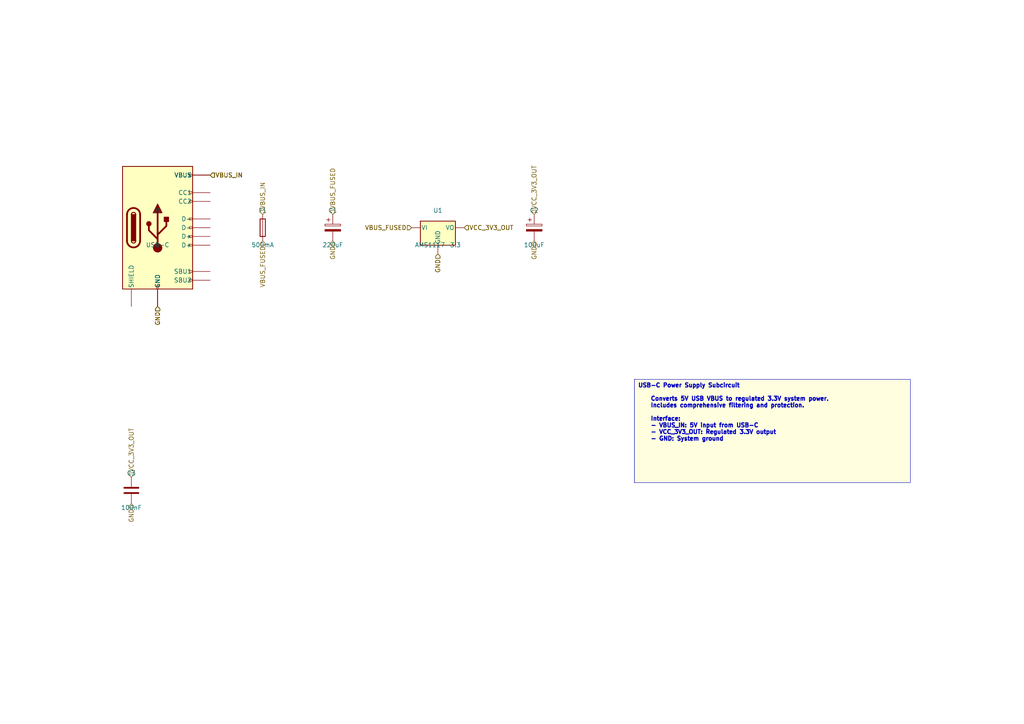
<source format=kicad_sch>
(kicad_sch (version 20250114) (generator "kicad_api") (generator_version 9.0)
  (paper A4)
  (paper A4)
  (lib_symbols
    (symbol "Connector:USB_C_Receptacle_USB2.0_16P" (pin_numbers hide) (pin_names (offset 0.254))
      (property "Reference" "J" (at 0.0 0.0 0))
      (property "Value" "USB_C_Receptacle_USB2.0_16P" (at 0.0 0.0 0))
      (symbol "USB_C_Receptacle_USB2.0_16P_0_1"
        (rectangle (start -0.254 -17.78) (end 0.254 -16.764) (stroke (width 0.0)))
        (rectangle (start 10.16 15.494) (end 9.144 14.986) (stroke (width 0.0)))
        (rectangle (start 10.16 10.414) (end 9.144 9.906) (stroke (width 0.0)))
        (rectangle (start 10.16 7.874) (end 9.144 7.366) (stroke (width 0.0)))
        (rectangle (start 10.16 2.794) (end 9.144 2.286) (stroke (width 0.0)))
        (rectangle (start 10.16 0.254) (end 9.144 -0.254) (stroke (width 0.0)))
        (rectangle (start 10.16 -2.286) (end 9.144 -2.794) (stroke (width 0.0)))
        (rectangle (start 10.16 -4.826) (end 9.144 -5.334) (stroke (width 0.0)))
        (rectangle (start 10.16 -12.446) (end 9.144 -12.954) (stroke (width 0.0)))
        (rectangle (start 10.16 -14.986) (end 9.144 -15.494) (stroke (width 0.0)))
        (rectangle (start -10.16 17.78) (end 10.16 -17.78) (stroke (width 0.254)) (fill (type background)))
        (polyline (pts (xy -8.89 -3.81) (xy -8.89 3.81)) (stroke (width 0.508)))
        (rectangle (start -7.62 -3.81) (end -6.35 3.81) (stroke (width 0.254)) (fill (type outline)))
        (arc (start -7.62 3.81) (mid -6.985 4.4423) (end -6.35 3.81) (stroke (width 0.254)))
        (arc (start -7.62 3.81) (mid -6.985 4.4423) (end -6.35 3.81) (stroke (width 0.254)))
        (arc (start -8.89 3.81) (mid -6.985 5.7067) (end -5.08 3.81) (stroke (width 0.508)))
        (arc (start -5.08 -3.81) (mid -6.985 -5.7067) (end -8.89 -3.81) (stroke (width 0.508)))
        (arc (start -6.35 -3.81) (mid -6.985 -4.4423) (end -7.62 -3.81) (stroke (width 0.254)))
        (arc (start -6.35 -3.81) (mid -6.985 -4.4423) (end -7.62 -3.81) (stroke (width 0.254)))
        (polyline (pts (xy -5.08 3.81) (xy -5.08 -3.81)) (stroke (width 0.508)))
        (circle (center -2.54 1.143) (radius 0.635) (stroke (width 0.254)) (fill (type outline)))
        (polyline (pts (xy -1.27 4.318) (xy 0.0 6.858) (xy 1.27 4.318) (xy -1.27 4.318)) (stroke (width 0.254)) (fill (type outline)))
        (polyline (pts (xy 0.0 -2.032) (xy 2.54 0.508) (xy 2.54 1.778)) (stroke (width 0.508)))
        (polyline (pts (xy 0.0 -3.302) (xy -2.54 -0.762) (xy -2.54 0.508)) (stroke (width 0.508)))
        (polyline (pts (xy 0.0 -5.842) (xy 0.0 4.318)) (stroke (width 0.508)))
        (circle (center 0.0 -5.842) (radius 1.27) (stroke (width 0.0)) (fill (type outline)))
        (rectangle (start 1.905 1.778) (end 3.175 3.048) (stroke (width 0.254)) (fill (type outline)))
      )
      (symbol "USB_C_Receptacle_USB2.0_16P_1_1"
        (pin passive line (at -7.62 -22.86 90) (length 5.08) (name SHIELD) (number S1))
        (pin passive line (at 0.0 -22.86 90) (length 5.08) (name GND) (number A1))
        (pin passive line (at 0.0 -22.86 90) (length 5.08) (name GND) (number A12))
        (pin passive line (at 0.0 -22.86 90) (length 5.08) (name GND) (number B1))
        (pin passive line (at 0.0 -22.86 90) (length 5.08) (name GND) (number B12))
        (pin passive line (at 15.24 15.24 180) (length 5.08) (name VBUS) (number A4))
        (pin passive line (at 15.24 15.24 180) (length 5.08) (name VBUS) (number A9))
        (pin passive line (at 15.24 15.24 180) (length 5.08) (name VBUS) (number B4))
        (pin passive line (at 15.24 15.24 180) (length 5.08) (name VBUS) (number B9))
        (pin bidirectional line (at 15.24 10.16 180) (length 5.08) (name CC1) (number A5))
        (pin bidirectional line (at 15.24 7.62 180) (length 5.08) (name CC2) (number B5))
        (pin bidirectional line (at 15.24 2.54 180) (length 5.08) (name D-) (number A7))
        (pin bidirectional line (at 15.24 0.0 180) (length 5.08) (name D-) (number B7))
        (pin bidirectional line (at 15.24 -2.54 180) (length 5.08) (name D+) (number A6))
        (pin bidirectional line (at 15.24 -5.08 180) (length 5.08) (name D+) (number B6))
        (pin bidirectional line (at 15.24 -12.7 180) (length 5.08) (name SBU1) (number A8))
        (pin bidirectional line (at 15.24 -15.24 180) (length 5.08) (name SBU2) (number B8))
      )
    )
    (symbol "Device:C" (pin_numbers hide) (pin_names (offset 0.254))
      (property "Reference" "C" (at 0.0 0.0 0))
      (property "Value" "C" (at 0.0 0.0 0))
      (symbol "C_0_1"
        (polyline (pts (xy -2.032 0.762) (xy 2.032 0.762)) (stroke (width 0.508)))
        (polyline (pts (xy -2.032 -0.762) (xy 2.032 -0.762)) (stroke (width 0.508)))
      )
      (symbol "C_1_1"
        (pin passive line (at 0.0 3.81 270) (length 2.794) (name ~) (number "1"))
        (pin passive line (at 0.0 -3.81 90) (length 2.794) (name ~) (number "2"))
      )
    )
    (symbol "Device:C_Polarized" (pin_numbers hide) (pin_names (offset 0.254))
      (property "Reference" "C" (at 0.0 0.0 0))
      (property "Value" "C_Polarized" (at 0.0 0.0 0))
      (symbol "C_Polarized_0_1"
        (rectangle (start -2.286 0.508) (end 2.286 1.016) (stroke (width 0.0)))
        (polyline (pts (xy -1.778 2.286) (xy -0.762 2.286)) (stroke (width 0.0)))
        (polyline (pts (xy -1.27 2.794) (xy -1.27 1.778)) (stroke (width 0.0)))
        (rectangle (start 2.286 -0.508) (end -2.286 -1.016) (stroke (width 0.0)) (fill (type outline)))
      )
      (symbol "C_Polarized_1_1"
        (pin passive line (at 0.0 3.81 270) (length 2.794) (name ~) (number "1"))
        (pin passive line (at 0.0 -3.81 90) (length 2.794) (name ~) (number "2"))
      )
    )
    (symbol "Device:Fuse" (pin_numbers hide) (pin_names (offset 0.254))
      (property "Reference" "F" (at 0.0 0.0 0))
      (property "Value" "Fuse" (at 0.0 0.0 0))
      (symbol "Fuse_0_1"
        (rectangle (start -0.762 -2.54) (end 0.762 2.54) (stroke (width 0.254)))
        (polyline (pts (xy 0.0 2.54) (xy 0.0 -2.54)) (stroke (width 0.0)))
      )
      (symbol "Fuse_1_1"
        (pin passive line (at 0.0 3.81 270) (length 1.27) (name ~) (number "1"))
        (pin passive line (at 0.0 -3.81 90) (length 1.27) (name ~) (number "2"))
      )
    )
    (symbol "Regulator_Linear:AMS1117-3.3" (pin_numbers hide) (pin_names (offset 0.254))
      (property "Reference" "U" (at 0.0 0.0 0))
      (property "Value" "AMS1117-3.3" (at 0.0 0.0 0))
      (symbol "AMS1117-3.3_0_1"
        (rectangle (start -5.08 -5.08) (end 5.08 1.905) (stroke (width 0.254)) (fill (type background)))
      )
      (symbol "AMS1117-3.3_1_1"
        (pin power_in line (at -7.62 0.0 0) (length 2.54) (name VI) (number "3"))
        (pin power_in line (at 0.0 -7.62 90) (length 2.54) (name GND) (number "1"))
        (pin power_out line (at 7.62 0.0 180) (length 2.54) (name VO) (number "2"))
      )
    )
  )
  (title_block (title Power_Supply) (date 2025-07-29) (company Circuit-Synth))
  (symbol (lib_id Connector:USB_C_Receptacle_USB2.0_16P) (at 45.72 66.04 0)
    (property "Reference" "J1" (at 45.72 61.040000000000006 0))
    (property "Value" "USB-C" (at 45.72 71.04 0))
    (property "Footprint" "Connector_USB:USB_C_Receptacle_Palconn_UTC16-G" (effects (hide yes)))
    (instances (project "circuit" (path "" (reference J1) (unit 1))) (project "STM32_IMU_USBC_Hierarchical" (path "" (reference J1) (unit 1))))
  )
  (symbol (lib_id Device:Fuse) (at 76.2 66.04 0)
    (property "Reference" "F1" (at 76.2 61.040000000000006 0))
    (property "Value" "500mA" (at 76.2 71.04 0))
    (property "Footprint" "Fuse:Fuse_0805_2012Metric" (effects (hide yes)))
    (instances (project "circuit" (path "" (reference F1) (unit 1))) (project "STM32_IMU_USBC_Hierarchical" (path "" (reference F1) (unit 1))))
  )
  (symbol (lib_id Device:C_Polarized) (at 96.52 66.04 0)
    (property "Reference" "C1" (at 96.52 61.040000000000006 0))
    (property "Value" "220uF" (at 96.52 71.04 0))
    (property "Footprint" "Capacitor_SMD:CP_Elec_6.3x7.7" (effects (hide yes)))
    (instances (project "circuit" (path "" (reference C1) (unit 1))) (project "STM32_IMU_USBC_Hierarchical" (path "" (reference C1) (unit 1))))
  )
  (symbol (lib_id Regulator_Linear:AMS1117-3.3) (at 127.0 66.04 0)
    (property "Reference" "U1" (at 127.0 61.040000000000006 0))
    (property "Value" "AMS1117-3.3" (at 127.0 71.04 0))
    (property "Footprint" "Package_TO_SOT_SMD:SOT-223-3_TabPin2" (effects (hide yes)))
    (instances (project "circuit" (path "" (reference U1) (unit 1))) (project "STM32_IMU_USBC_Hierarchical" (path "" (reference U1) (unit 1))))
  )
  (symbol (lib_id Device:C_Polarized) (at 154.94 66.04 0)
    (property "Reference" "C2" (at 154.94 61.040000000000006 0))
    (property "Value" "100uF" (at 154.94 71.04 0))
    (property "Footprint" "Capacitor_SMD:CP_Elec_5x5.3" (effects (hide yes)))
    (instances (project "circuit" (path "" (reference C2) (unit 1))) (project "STM32_IMU_USBC_Hierarchical" (path "" (reference C2) (unit 1))))
  )
  (symbol (lib_id Device:C) (at 38.1 142.24 0)
    (property "Reference" "C3" (at 38.1 137.24 0))
    (property "Value" "100nF" (at 38.1 147.24 0))
    (property "Footprint" "Capacitor_SMD:C_0805_2012Metric" (effects (hide yes)))
    (instances (project "circuit" (path "" (reference C3) (unit 1))) (project "STM32_IMU_USBC_Hierarchical" (path "" (reference C3) (unit 1))))
  )
  (hierarchical_label GND (shape input) (at 45.72 88.9 270))
  (hierarchical_label GND (shape input) (at 45.72 88.9 270))
  (hierarchical_label GND (shape input) (at 45.72 88.9 270))
  (hierarchical_label GND (shape input) (at 45.72 88.9 270))
  (hierarchical_label GND (shape input) (at 96.52 69.85000000000001 270))
  (hierarchical_label GND (shape input) (at 127.0 73.66000000000001 270))
  (hierarchical_label GND (shape input) (at 127.0 73.66000000000001 270))
  (hierarchical_label GND (shape input) (at 154.94 69.85000000000001 270))
  (hierarchical_label GND (shape input) (at 38.1 146.05 270))
  (hierarchical_label VBUS_IN (shape input) (at 60.96 50.800000000000004 0))
  (hierarchical_label VBUS_IN (shape input) (at 60.96 50.800000000000004 0))
  (hierarchical_label VBUS_IN (shape input) (at 60.96 50.800000000000004 0))
  (hierarchical_label VBUS_IN (shape input) (at 60.96 50.800000000000004 0))
  (hierarchical_label VBUS_IN (shape input) (at 76.2 62.230000000000004 90))
  (hierarchical_label VBUS_FUSED (shape input) (at 76.2 69.85000000000001 270))
  (hierarchical_label VBUS_FUSED (shape input) (at 96.52 62.230000000000004 90))
  (hierarchical_label VBUS_FUSED (shape input) (at 119.38 66.04 180))
  (hierarchical_label VBUS_FUSED (shape input) (at 119.38 66.04 180))
  (hierarchical_label VCC_3V3_OUT (shape input) (at 134.62 66.04 0))
  (hierarchical_label VCC_3V3_OUT (shape input) (at 134.62 66.04 0))
  (hierarchical_label VCC_3V3_OUT (shape input) (at 154.94 62.230000000000004 90))
  (hierarchical_label VCC_3V3_OUT (shape input) (at 38.1 138.43 90))
  (text_box "USB-C Power Supply Subcircuit\n    \n    Converts 5V USB VBUS to regulated 3.3V system power.\n    Includes comprehensive filtering and protection.\n    \n    Interface:\n    - VBUS_IN: 5V input from USB-C\n    - VCC_3V3_OUT: Regulated 3.3V output  \n    - GND: System ground" (exclude_from_sim yes) (at 184.0 110.0 0) (size 80.0 30.0) (margins 1.0 1.0 1.0 1.0) (stroke (width 0.1)) (fill (type color) (color 255 255 224 1)) (effects (font (size 1.2 1.2) (thickness 0.254)) (justify left top)))
  (text_box "USB-C Power Supply Subcircuit\n    \n    Converts 5V USB VBUS to regulated 3.3V system power.\n    Includes comprehensive filtering and protection.\n    \n    Interface:\n    - VBUS_IN: 5V input from USB-C\n    - VCC_3V3_OUT: Regulated 3.3V output  \n    - GND: System ground" (exclude_from_sim yes) (at 184.0 110.0 0) (size 80.0 30.0) (margins 1.0 1.0 1.0 1.0) (stroke (width 0.1)) (fill (type color) (color 255 255 224 1)) (effects (font (size 1.2 1.2) (thickness 0.254)) (justify left top)))
)
</source>
